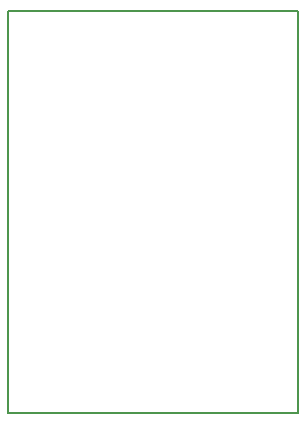
<source format=gm1>
G04 #@! TF.FileFunction,Profile,NP*
%FSLAX46Y46*%
G04 Gerber Fmt 4.6, Leading zero omitted, Abs format (unit mm)*
G04 Created by KiCad (PCBNEW 4.0.2-stable) date 2019-03-28 2:21:56 PM*
%MOMM*%
G01*
G04 APERTURE LIST*
%ADD10C,0.200000*%
G04 APERTURE END LIST*
D10*
X64150000Y-46900000D02*
X64150000Y-75900000D01*
X39650000Y-41900000D02*
X64150000Y-41900000D01*
X39650000Y-75900000D02*
X39650000Y-41900000D01*
X39650000Y-75900000D02*
X64150000Y-75900000D01*
X64150000Y-46900000D02*
X64150000Y-41900000D01*
M02*

</source>
